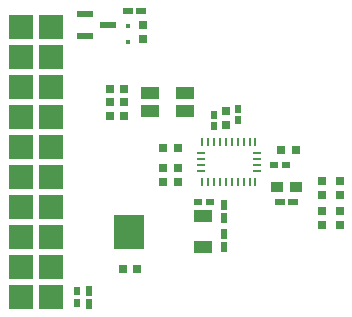
<source format=gtp>
%FSLAX43Y43*%
%MOMM*%
G71*
G01*
G75*
G04 Layer_Color=8421504*
%ADD10R,0.650X0.500*%
%ADD11R,1.600X1.000*%
%ADD12R,2.500X3.000*%
%ADD13R,0.675X0.250*%
%ADD14R,0.250X0.675*%
%ADD15R,1.500X1.100*%
%ADD16R,0.400X0.400*%
%ADD17R,1.400X0.600*%
%ADD18R,0.650X0.800*%
%ADD19R,1.000X0.950*%
%ADD20R,0.600X0.900*%
%ADD21R,0.800X0.650*%
%ADD22R,0.500X0.650*%
%ADD23R,0.900X0.600*%
%ADD24C,0.254*%
%ADD25C,0.200*%
%ADD26C,0.300*%
%ADD27C,0.250*%
%ADD28C,1.700*%
%ADD29R,1.700X1.700*%
%ADD30C,1.800*%
%ADD31R,1.800X1.800*%
%ADD32C,1.050*%
%ADD33C,2.000*%
%ADD34C,0.600*%
%ADD35C,1.016*%
%ADD36C,1.600*%
G04:AMPARAMS|DCode=37|XSize=2.524mm|YSize=2.524mm|CornerRadius=0mm|HoleSize=0mm|Usage=FLASHONLY|Rotation=0.000|XOffset=0mm|YOffset=0mm|HoleType=Round|Shape=Relief|Width=0.254mm|Gap=0.254mm|Entries=4|*
%AMTHD37*
7,0,0,2.524,2.016,0.254,45*
%
%ADD37THD37*%
G04:AMPARAMS|DCode=38|XSize=1.45mm|YSize=1.45mm|CornerRadius=0mm|HoleSize=0mm|Usage=FLASHONLY|Rotation=0.000|XOffset=0mm|YOffset=0mm|HoleType=Round|Shape=Relief|Width=0.2mm|Gap=0.2mm|Entries=4|*
%AMTHD38*
7,0,0,1.450,1.050,0.200,45*
%
%ADD38THD38*%
%ADD39C,1.250*%
%ADD40C,2.600*%
%ADD41C,0.900*%
%ADD42C,0.800*%
%ADD43C,0.100*%
%ADD44C,0.150*%
%ADD45R,2.100X2.100*%
D10*
X18525Y11575D02*
D03*
X17575D02*
D03*
X24000Y14750D02*
D03*
X24950D02*
D03*
D11*
X17950Y10400D02*
D03*
Y7800D02*
D03*
D12*
X11700Y9100D02*
D03*
D13*
X22512Y14250D02*
D03*
Y14750D02*
D03*
Y15250D02*
D03*
Y15750D02*
D03*
X17787D02*
D03*
Y15250D02*
D03*
Y14750D02*
D03*
Y14250D02*
D03*
D14*
X22400Y16663D02*
D03*
X21900D02*
D03*
X21400D02*
D03*
X20900D02*
D03*
X20400D02*
D03*
X19900D02*
D03*
X19400D02*
D03*
X18900D02*
D03*
X18400D02*
D03*
X17900D02*
D03*
Y13337D02*
D03*
X18400D02*
D03*
X18900D02*
D03*
X19400D02*
D03*
X19900D02*
D03*
X20400D02*
D03*
X20900D02*
D03*
X21400D02*
D03*
X21900D02*
D03*
X22400D02*
D03*
D15*
X13475Y19350D02*
D03*
X16475D02*
D03*
Y20850D02*
D03*
X13475D02*
D03*
D16*
X11575Y26525D02*
D03*
Y25125D02*
D03*
D17*
X8000Y27550D02*
D03*
Y25650D02*
D03*
X9900Y26600D02*
D03*
D18*
X19900Y18150D02*
D03*
Y19350D02*
D03*
X28050Y10875D02*
D03*
Y9675D02*
D03*
Y12175D02*
D03*
Y13375D02*
D03*
X29515Y10875D02*
D03*
Y9675D02*
D03*
Y12175D02*
D03*
Y13375D02*
D03*
X12850Y26600D02*
D03*
Y25400D02*
D03*
D19*
X24250Y12900D02*
D03*
X25850D02*
D03*
D20*
X19700Y10300D02*
D03*
Y11400D02*
D03*
X8325Y4120D02*
D03*
Y3020D02*
D03*
X19700Y8900D02*
D03*
Y7800D02*
D03*
D21*
X12375Y5925D02*
D03*
X11175D02*
D03*
X14600Y13350D02*
D03*
X15800D02*
D03*
X14600Y14500D02*
D03*
X15800D02*
D03*
X10075Y20075D02*
D03*
X11275D02*
D03*
X10075Y21225D02*
D03*
X11275D02*
D03*
X10075Y18925D02*
D03*
X11275D02*
D03*
X25800Y16000D02*
D03*
X24600D02*
D03*
X15800Y16150D02*
D03*
X14600D02*
D03*
D22*
X18875Y18975D02*
D03*
Y18025D02*
D03*
X20925Y18525D02*
D03*
Y19475D02*
D03*
X7325Y4045D02*
D03*
Y3095D02*
D03*
D23*
X24500Y11600D02*
D03*
X25600D02*
D03*
X11575Y27800D02*
D03*
X12675D02*
D03*
D45*
X5070Y3570D02*
D03*
Y6110D02*
D03*
X2530Y3570D02*
D03*
Y6110D02*
D03*
Y8650D02*
D03*
X5070D02*
D03*
Y11190D02*
D03*
X2530D02*
D03*
X5070Y13730D02*
D03*
X2530D02*
D03*
Y16270D02*
D03*
X5070D02*
D03*
Y18810D02*
D03*
X2530D02*
D03*
Y21350D02*
D03*
X5070D02*
D03*
Y23890D02*
D03*
X2530D02*
D03*
Y26430D02*
D03*
X5070D02*
D03*
M02*

</source>
